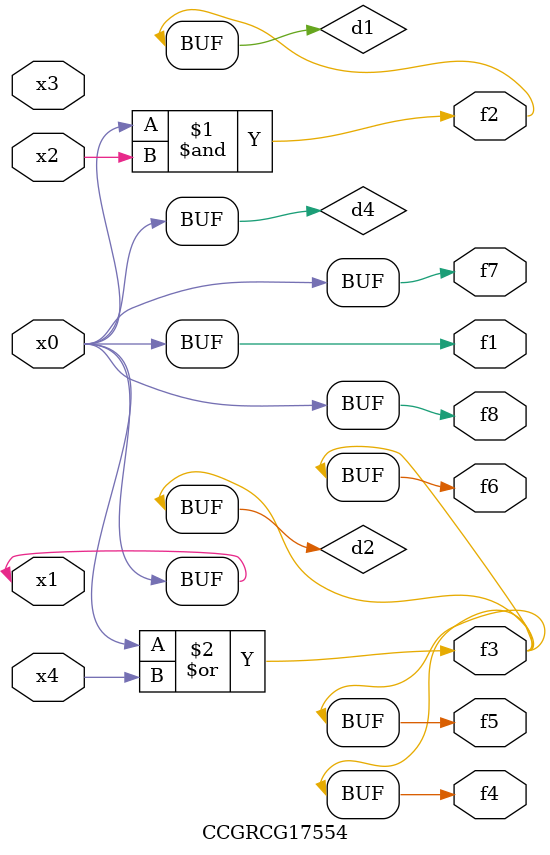
<source format=v>
module CCGRCG17554(
	input x0, x1, x2, x3, x4,
	output f1, f2, f3, f4, f5, f6, f7, f8
);

	wire d1, d2, d3, d4;

	and (d1, x0, x2);
	or (d2, x0, x4);
	nand (d3, x0, x2);
	buf (d4, x0, x1);
	assign f1 = d4;
	assign f2 = d1;
	assign f3 = d2;
	assign f4 = d2;
	assign f5 = d2;
	assign f6 = d2;
	assign f7 = d4;
	assign f8 = d4;
endmodule

</source>
